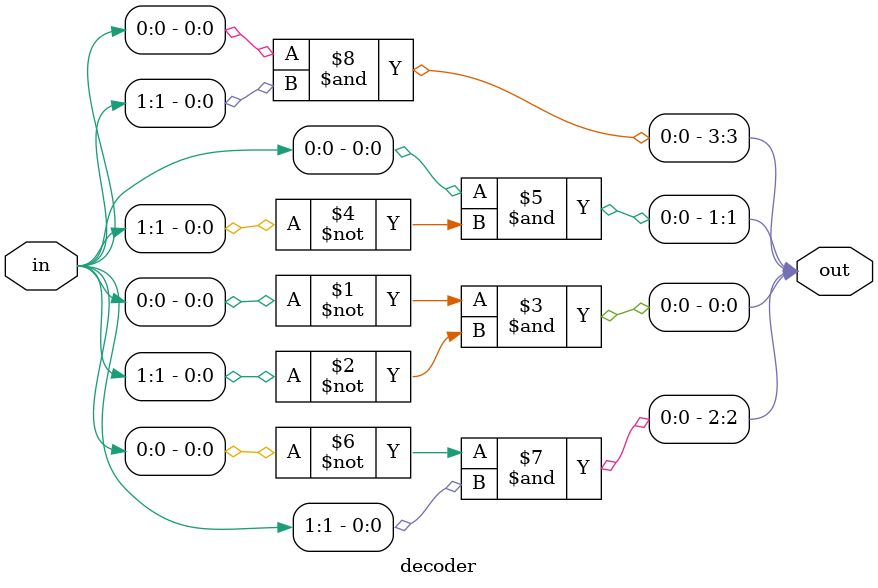
<source format=sv>
module decoder(
    input wire [1:0] in,
    output wire [3:0] out);

    assign out[0] = ~in[0] & ~in[1];
    assign out[1] = in[0] & ~in[1];
    assign out[2] = ~in[0] & in[1];
    assign out[3] = in[0] & in[1];

endmodule
</source>
